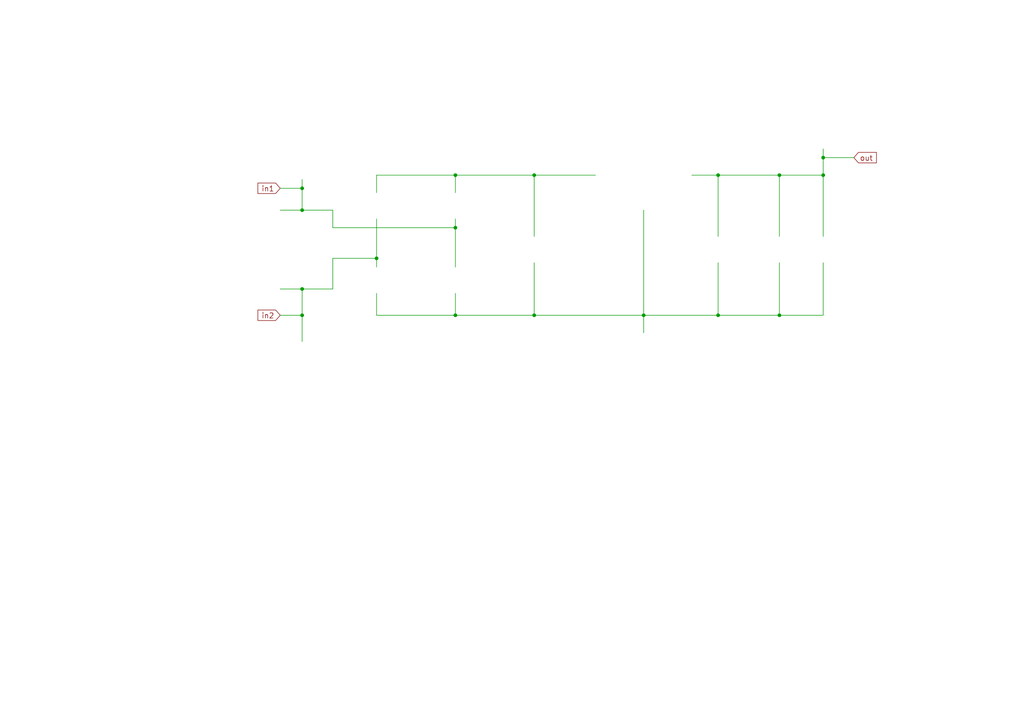
<source format=kicad_sch>
(kicad_sch (version 20230121) (generator eeschema)
  (paper "A4")
  (lib_symbols)
  (junction (at 208.28 91.44))
  (junction (at 238.76 50.8))
  (junction (at 186.69 91.44))
  (junction (at 87.63 83.82))
  (junction (at 132.08 91.44))
  (junction (at 87.63 60.96))
  (junction (at 132.08 66.04))
  (junction (at 154.94 50.8))
  (junction (at 87.63 54.61))
  (junction (at 132.08 50.8))
  (junction (at 238.76 45.72))
  (junction (at 154.94 91.44))
  (junction (at 226.06 91.44))
  (junction (at 87.63 91.44))
  (junction (at 109.22 74.93))
  (junction (at 226.06 50.8))
  (junction (at 208.28 50.8))
  (wire (pts (xy 87.63 52.07) (xy 87.63 54.61)))
  (wire (pts (xy 226.06 50.8) (xy 226.06 68.58)))
  (wire (pts (xy 132.08 63.5) (xy 132.08 66.04)))
  (wire (pts (xy 154.94 91.44) (xy 154.94 76.2)))
  (wire (pts (xy 238.76 50.8) (xy 238.76 68.58)))
  (wire (pts (xy 238.76 43.18) (xy 238.76 45.72)))
  (wire (pts (xy 96.52 74.93) (xy 109.22 74.93)))
  (wire (pts (xy 96.52 60.96) (xy 96.52 66.04)))
  (wire (pts (xy 132.08 91.44) (xy 132.08 85.09)))
  (wire (pts (xy 208.28 91.44) (xy 226.06 91.44)))
  (wire (pts (xy 87.63 60.96) (xy 96.52 60.96)))
  (wire (pts (xy 226.06 91.44) (xy 238.76 91.44)))
  (wire (pts (xy 109.22 55.88) (xy 109.22 50.8)))
  (wire (pts (xy 226.06 50.8) (xy 238.76 50.8)))
  (wire (pts (xy 208.28 50.8) (xy 226.06 50.8)))
  (wire (pts (xy 226.06 91.44) (xy 226.06 76.2)))
  (wire (pts (xy 154.94 68.58) (xy 154.94 50.8)))
  (wire (pts (xy 132.08 91.44) (xy 154.94 91.44)))
  (wire (pts (xy 87.63 54.61) (xy 87.63 60.96)))
  (wire (pts (xy 208.28 91.44) (xy 208.28 76.2)))
  (wire (pts (xy 96.52 83.82) (xy 96.52 74.93)))
  (wire (pts (xy 132.08 50.8) (xy 132.08 55.88)))
  (wire (pts (xy 81.28 60.96) (xy 87.63 60.96)))
  (wire (pts (xy 238.76 45.72) (xy 238.76 50.8)))
  (wire (pts (xy 81.28 91.44) (xy 87.63 91.44)))
  (wire (pts (xy 109.22 74.93) (xy 109.22 63.5)))
  (wire (pts (xy 109.22 50.8) (xy 132.08 50.8)))
  (wire (pts (xy 81.28 83.82) (xy 87.63 83.82)))
  (wire (pts (xy 247.65 45.72) (xy 238.76 45.72)))
  (wire (pts (xy 87.63 91.44) (xy 87.63 83.82)))
  (wire (pts (xy 81.28 54.61) (xy 87.63 54.61)))
  (wire (pts (xy 154.94 50.8) (xy 172.72 50.8)))
  (wire (pts (xy 154.94 91.44) (xy 186.69 91.44)))
  (wire (pts (xy 132.08 50.8) (xy 154.94 50.8)))
  (wire (pts (xy 109.22 85.09) (xy 109.22 91.44)))
  (wire (pts (xy 238.76 91.44) (xy 238.76 76.2)))
  (wire (pts (xy 186.69 91.44) (xy 208.28 91.44)))
  (wire (pts (xy 109.22 77.47) (xy 109.22 74.93)))
  (wire (pts (xy 96.52 66.04) (xy 132.08 66.04)))
  (wire (pts (xy 132.08 66.04) (xy 132.08 77.47)))
  (wire (pts (xy 109.22 91.44) (xy 132.08 91.44)))
  (wire (pts (xy 186.69 60.96) (xy 186.69 91.44)))
  (wire (pts (xy 87.63 83.82) (xy 96.52 83.82)))
  (wire (pts (xy 87.63 99.06) (xy 87.63 91.44)))
  (wire (pts (xy 200.66 50.8) (xy 208.28 50.8)))
  (wire (pts (xy 208.28 68.58) (xy 208.28 50.8)))
  (wire (pts (xy 186.69 91.44) (xy 186.69 96.52)))
  (global_label "in2" (shape input) (at 81.28 91.44 180) (effects (font (size 1.524 1.524))) (property "Intersheetrefs" "${INTERSHEET_REFS}" (effects hide)))
  (global_label "out" (shape input) (at 247.65 45.72 0) (effects (font (size 1.524 1.524))) (property "Intersheetrefs" "${INTERSHEET_REFS}" (effects hide)))
  (global_label "in1" (shape input) (at 81.28 54.61 180) (effects (font (size 1.524 1.524))) (property "Intersheetrefs" "${INTERSHEET_REFS}" (effects hide)))
  (symbol (lib_id "eSim_Diode") (at 109.22 59.69 90) (unit 1)
    (property "Reference" "D1" (at 106.68 59.69 0))
    (property "Value" "eSim_Diode" (at 111.76 59.69 0))
  )
  (symbol (lib_id "eSim_Diode") (at 109.22 81.28 90) (unit 1)
    (property "Reference" "D2" (at 106.68 81.28 0))
    (property "Value" "eSim_Diode" (at 111.76 81.28 0))
  )
  (symbol (lib_id "eSim_Diode") (at 132.08 81.28 90) (unit 1)
    (property "Reference" "D4" (at 129.54 81.28 0))
    (property "Value" "eSim_Diode" (at 134.62 81.28 0))
  )
  (symbol (lib_id "eSim_Diode") (at 132.08 59.69 90) (unit 1)
    (property "Reference" "D3" (at 129.54 59.69 0))
    (property "Value" "eSim_Diode" (at 134.62 59.69 0))
  )
  (symbol (lib_id "eSim_Diode") (at 226.06 72.39 90) (unit 1)
    (property "Reference" "D5" (at 223.52 72.39 0))
    (property "Value" "eSim_Diode" (at 228.6 72.39 0))
  )
  (symbol (lib_id "C") (at 154.94 72.39 0) (unit 1)
    (property "Reference" "C1" (at 155.575 69.85 0) (effects (justify left)))
    (property "Value" "1000u" (at 155.575 74.93 0) (effects (justify left)))
  )
  (symbol (lib_id "C") (at 208.28 72.39 0) (unit 1)
    (property "Reference" "C2" (at 208.915 69.85 0) (effects (justify left)))
    (property "Value" "3.3u" (at 208.915 74.93 0) (effects (justify left)))
  )
  (symbol (lib_id "R") (at 238.76 72.39 0) (unit 1)
    (property "Reference" "R1" (at 240.792 72.39 90))
    (property "Value" "1k" (at 238.76 72.39 90))
  )
  (symbol (lib_id "sine") (at 81.28 72.39 0) (unit 1)
    (property "Reference" "v1" (at 76.2 69.85 0) (effects (font (size 1.524 1.524))))
    (property "Value" "sine" (at 76.2 73.66 0) (effects (font (size 1.524 1.524))))
  )
  (symbol (lib_id "plot_v1") (at 87.63 57.15 0) (unit 1)
    (property "Reference" "U1" (at 87.63 44.45 0) (effects (font (size 1.524 1.524))))
    (property "Value" "plot_v1" (at 92.71 48.26 0) (effects (font (size 1.524 1.524))))
  )
  (symbol (lib_id "plot_v1") (at 87.63 93.98 180) (unit 1)
    (property "Reference" "U2" (at 87.63 106.68 0) (effects (font (size 1.524 1.524))))
    (property "Value" "plot_v1" (at 82.55 102.87 0) (effects (font (size 1.524 1.524))))
  )
  (symbol (lib_id "plot_v1") (at 238.76 48.26 0) (unit 1)
    (property "Reference" "U3" (at 238.76 35.56 0) (effects (font (size 1.524 1.524))))
    (property "Value" "plot_v1" (at 243.84 39.37 0) (effects (font (size 1.524 1.524))))
  )
  (symbol (lib_id "GND") (at 186.69 96.52 0) (unit 1)
    (property "Reference" "#PWR01" (effects hide))
    (property "Value" "GND" (at 186.69 100.33 0))
  )
  (symbol (lib_id "Lm_7805") (at 186.69 50.8 0) (unit 1)
    (property "Reference" "X1" (at 186.69 50.8 0) (effects (font (size 1.524 1.524))))
    (property "Value" "Lm_7805" (at 187.96 46.99 0) (effects (font (size 1.524 1.524))))
  )
)
</source>
